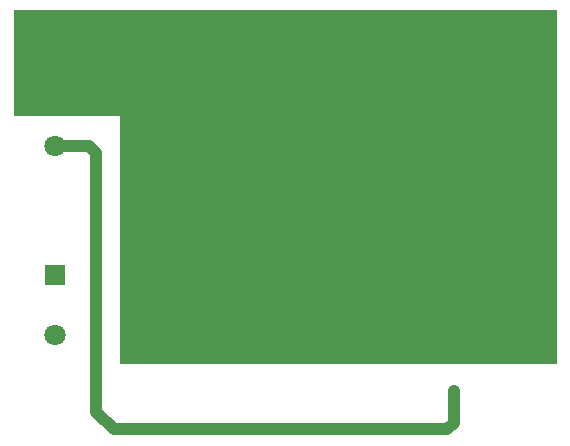
<source format=gbl>
G04*
G04 #@! TF.GenerationSoftware,Altium Limited,Altium Designer,21.2.2 (38)*
G04*
G04 Layer_Physical_Order=2*
G04 Layer_Color=16711680*
%FSLAX25Y25*%
%MOIN*%
G70*
G04*
G04 #@! TF.SameCoordinates,A6081B22-79F4-4FF1-9526-7A4968917333*
G04*
G04*
G04 #@! TF.FilePolarity,Positive*
G04*
G01*
G75*
%ADD33R,0.07087X0.07087*%
%ADD34C,0.07087*%
%ADD35C,0.02362*%
%ADD36C,0.03937*%
G36*
X185039Y110236D02*
Y27559D01*
X39370D01*
Y110236D01*
X3937D01*
Y145669D01*
X185039D01*
Y110236D01*
D02*
G37*
D33*
X17717Y120236D02*
D03*
Y57244D02*
D03*
D34*
Y100236D02*
D03*
Y37244D02*
D03*
D35*
X113779Y39567D02*
D03*
X113422Y43915D02*
D03*
X113413Y48946D02*
D03*
X113581Y52827D02*
D03*
X116867Y41580D02*
D03*
X116976Y46206D02*
D03*
X116929Y51181D02*
D03*
X116934Y56336D02*
D03*
X112205Y56299D02*
D03*
X150591Y18701D02*
D03*
D36*
Y8212D02*
Y18701D01*
X148284Y5906D02*
X150591Y8212D01*
X31496Y11811D02*
X37402Y5906D01*
X148284D01*
X31496Y11811D02*
Y98088D01*
X29190Y100394D02*
X31496Y98088D01*
X17717Y100236D02*
X17874Y100394D01*
X29190D01*
M02*

</source>
